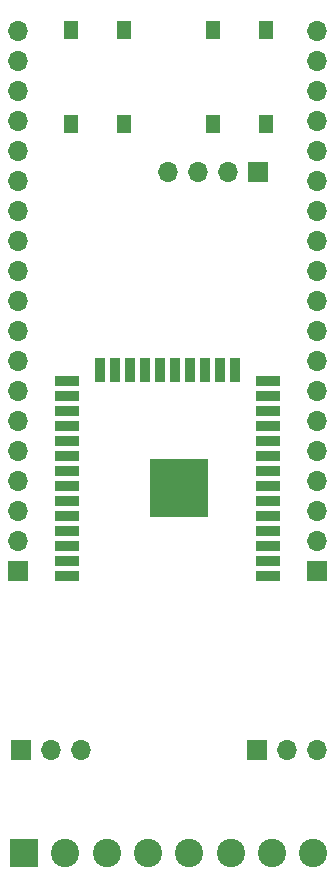
<source format=gts>
G04 #@! TF.GenerationSoftware,KiCad,Pcbnew,(6.0.1-0)*
G04 #@! TF.CreationDate,2022-02-14T15:17:06-08:00*
G04 #@! TF.ProjectId,lamp,6c616d70-2e6b-4696-9361-645f70636258,rev?*
G04 #@! TF.SameCoordinates,Original*
G04 #@! TF.FileFunction,Soldermask,Top*
G04 #@! TF.FilePolarity,Negative*
%FSLAX46Y46*%
G04 Gerber Fmt 4.6, Leading zero omitted, Abs format (unit mm)*
G04 Created by KiCad (PCBNEW (6.0.1-0)) date 2022-02-14 15:17:06*
%MOMM*%
%LPD*%
G01*
G04 APERTURE LIST*
%ADD10R,2.400000X2.400000*%
%ADD11C,2.400000*%
%ADD12R,1.300000X1.550000*%
%ADD13R,1.700000X1.700000*%
%ADD14O,1.700000X1.700000*%
%ADD15R,2.000000X0.900000*%
%ADD16R,0.900000X2.000000*%
%ADD17R,5.000000X5.000000*%
G04 APERTURE END LIST*
D10*
G04 #@! TO.C,J8*
X137750000Y-116656150D03*
D11*
X141250000Y-116656150D03*
X144750000Y-116656150D03*
X148250000Y-116656150D03*
X151750000Y-116656150D03*
X155250000Y-116656150D03*
X158750000Y-116656150D03*
X162250000Y-116656150D03*
G04 #@! TD*
D12*
G04 #@! TO.C,SW3*
X146250000Y-54980000D03*
X146250000Y-47020000D03*
X141750000Y-54980000D03*
X141750000Y-47020000D03*
G04 #@! TD*
G04 #@! TO.C,SW4*
X158250000Y-54980000D03*
X158250000Y-47020000D03*
X153750000Y-54980000D03*
X153750000Y-47020000D03*
G04 #@! TD*
D13*
G04 #@! TO.C,J3*
X137475000Y-108000000D03*
D14*
X140015000Y-108000000D03*
X142555000Y-108000000D03*
G04 #@! TD*
D13*
G04 #@! TO.C,J1*
X157475000Y-108000000D03*
D14*
X160015000Y-108000000D03*
X162555000Y-108000000D03*
G04 #@! TD*
D15*
G04 #@! TO.C,U1*
X158394908Y-93269356D03*
X158394908Y-91999356D03*
X158394908Y-90729356D03*
X158394908Y-89459356D03*
X158394908Y-88189356D03*
X158394908Y-86919356D03*
X158394908Y-85649356D03*
X158394908Y-84379356D03*
X158394908Y-83109356D03*
X158394908Y-81839356D03*
X158394908Y-80569356D03*
X158394908Y-79299356D03*
X158394908Y-78029356D03*
X158394908Y-76759356D03*
D16*
X155609908Y-75759356D03*
X154339908Y-75759356D03*
X153069908Y-75759356D03*
X151799908Y-75759356D03*
X150529908Y-75759356D03*
X149259908Y-75759356D03*
X147989908Y-75759356D03*
X146719908Y-75759356D03*
X145449908Y-75759356D03*
X144179908Y-75759356D03*
D15*
X141394908Y-76759356D03*
X141394908Y-78029356D03*
X141394908Y-79299356D03*
X141394908Y-80569356D03*
X141394908Y-81839356D03*
X141394908Y-83109356D03*
X141394908Y-84379356D03*
X141394908Y-85649356D03*
X141394908Y-86919356D03*
X141394908Y-88189356D03*
X141394908Y-89459356D03*
X141394908Y-90729356D03*
X141394908Y-91999356D03*
X141394908Y-93269356D03*
D17*
X150894908Y-85769356D03*
G04 #@! TD*
D13*
G04 #@! TO.C,J4*
X162560000Y-92850000D03*
D14*
X162560000Y-90310000D03*
X162560000Y-87770000D03*
X162560000Y-85230000D03*
X162560000Y-82690000D03*
X162560000Y-80150000D03*
X162560000Y-77610000D03*
X162560000Y-75070000D03*
X162560000Y-72530000D03*
X162560000Y-69990000D03*
X162560000Y-67450000D03*
X162560000Y-64910000D03*
X162560000Y-62370000D03*
X162560000Y-59830000D03*
X162560000Y-57290000D03*
X162560000Y-54750000D03*
X162560000Y-52210000D03*
X162560000Y-49670000D03*
X162560000Y-47130000D03*
G04 #@! TD*
D13*
G04 #@! TO.C,J2*
X157540000Y-59000000D03*
D14*
X155000000Y-59000000D03*
X152460000Y-59000000D03*
X149920000Y-59000000D03*
G04 #@! TD*
D13*
G04 #@! TO.C,J5*
X137239556Y-92850000D03*
D14*
X137239556Y-90310000D03*
X137239556Y-87770000D03*
X137239556Y-85230000D03*
X137239556Y-82690000D03*
X137239556Y-80150000D03*
X137239556Y-77610000D03*
X137239556Y-75070000D03*
X137239556Y-72530000D03*
X137239556Y-69990000D03*
X137239556Y-67450000D03*
X137239556Y-64910000D03*
X137239556Y-62370000D03*
X137239556Y-59830000D03*
X137239556Y-57290000D03*
X137239556Y-54750000D03*
X137239556Y-52210000D03*
X137239556Y-49670000D03*
X137239556Y-47130000D03*
G04 #@! TD*
M02*

</source>
